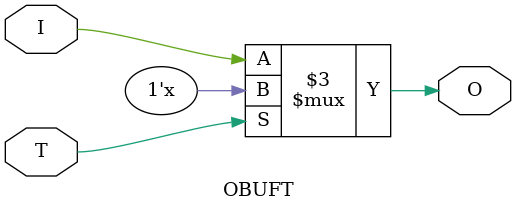
<source format=v>
/***************************************************************************
 *                                                                         *
 *   OBUFT.v - An output tristate buffer for a Xilinx FPGA.                *
 *                                                                         *
 *   Copyright (C) 2007 by Patrick Suggate                                 *
 *   patrick@physics.otago.ac.nz                                           *
 *                                                                         *
 *   This program is free software; you can redistribute it and/or modify  *
 *   it under the terms of the GNU General Public License as published by  *
 *   the Free Software Foundation; either version 2 of the License, or     *
 *   (at your option) any later version.                                   *
 *                                                                         *
 *   This program is distributed in the hope that it will be useful,       *
 *   but WITHOUT ANY WARRANTY; without even the implied warranty of        *
 *   MERCHANTABILITY or FITNESS FOR A PARTICULAR PURPOSE.  See the         *
 *   GNU General Public License for more details.                          *
 *                                                                         *
 *   You should have received a copy of the GNU General Public License     *
 *   along with this program; if not, write to the                         *
 *   Free Software Foundation, Inc.,                                       *
 *   59 Temple Place - Suite 330, Boston, MA  02111-1307, USA.             *
 ***************************************************************************/

`timescale 1ns/100ps
module OBUFT (I, T, O);
input	I;
input	T;
output	O;

parameter	SLEW		= "SLOW" ;
parameter	IOSTANDARD	= "LVCMOS33" ;
parameter	DRIVE		= 12 ;

parameter	ODELAY	= 9.0;	// SSTL2_II output delay is about 4.6 ns?
parameter	ZDELAY	= 1.0;

reg	O;
always @(I, T)
	if (T)	O	<= #ZDELAY 1'bz;
	else	O	<= #ODELAY I;

endmodule	// OBUFT

</source>
